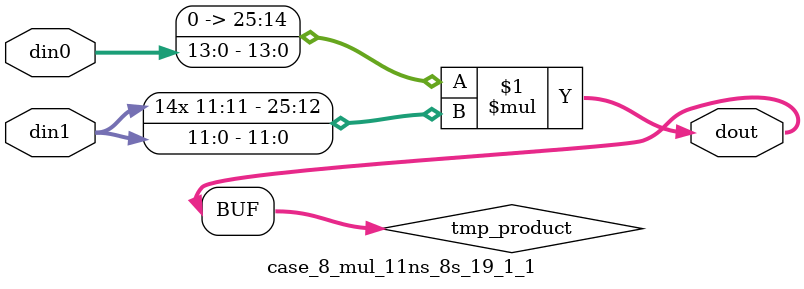
<source format=v>

`timescale 1 ns / 1 ps

 (* use_dsp = "no" *)  module case_8_mul_11ns_8s_19_1_1(din0, din1, dout);
parameter ID = 1;
parameter NUM_STAGE = 0;
parameter din0_WIDTH = 14;
parameter din1_WIDTH = 12;
parameter dout_WIDTH = 26;

input [din0_WIDTH - 1 : 0] din0; 
input [din1_WIDTH - 1 : 0] din1; 
output [dout_WIDTH - 1 : 0] dout;

wire signed [dout_WIDTH - 1 : 0] tmp_product;

























assign tmp_product = $signed({1'b0, din0}) * $signed(din1);










assign dout = tmp_product;





















endmodule

</source>
